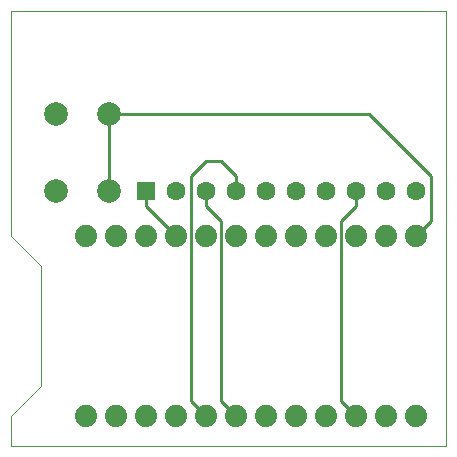
<source format=gbr>
G04 #@! TF.GenerationSoftware,KiCad,Pcbnew,5.1.5+dfsg1-2build2*
G04 #@! TF.CreationDate,2021-01-23T03:29:30+01:00*
G04 #@! TF.ProjectId,edtracker,65647472-6163-46b6-9572-2e6b69636164,rev?*
G04 #@! TF.SameCoordinates,Original*
G04 #@! TF.FileFunction,Copper,L1,Top*
G04 #@! TF.FilePolarity,Positive*
%FSLAX46Y46*%
G04 Gerber Fmt 4.6, Leading zero omitted, Abs format (unit mm)*
G04 Created by KiCad (PCBNEW 5.1.5+dfsg1-2build2) date 2021-01-23 03:29:30*
%MOMM*%
%LPD*%
G04 APERTURE LIST*
%ADD10C,0.050000*%
%ADD11C,1.600000*%
%ADD12R,1.600000X1.600000*%
%ADD13C,1.879600*%
%ADD14C,2.000000*%
%ADD15C,0.250000*%
%ADD16C,0.350000*%
G04 APERTURE END LIST*
D10*
X140970000Y-100330000D02*
X140970000Y-119380000D01*
X177800000Y-100330000D02*
X140970000Y-100330000D01*
X177800000Y-137160000D02*
X177800000Y-100330000D01*
X140970000Y-137160000D02*
X177800000Y-137160000D01*
X140970000Y-134620000D02*
X140970000Y-137160000D01*
X143510000Y-132080000D02*
X140970000Y-134620000D01*
X143510000Y-121920000D02*
X143510000Y-132080000D01*
X140970000Y-119380000D02*
X143510000Y-121920000D01*
D11*
X175260000Y-115570000D03*
X172720000Y-115570000D03*
X170180000Y-115570000D03*
X167640000Y-115570000D03*
X165100000Y-115570000D03*
X162560000Y-115570000D03*
X160020000Y-115570000D03*
X157480000Y-115570000D03*
X154940000Y-115570000D03*
D12*
X152400000Y-115570000D03*
D13*
X147320000Y-119380000D03*
X149860000Y-119380000D03*
X152400000Y-119380000D03*
X154940000Y-119380000D03*
X157480000Y-119380000D03*
X160020000Y-119380000D03*
X162560000Y-119380000D03*
X165100000Y-119380000D03*
X167640000Y-119380000D03*
X170180000Y-119380000D03*
X172720000Y-119380000D03*
X175260000Y-119380000D03*
X175260000Y-134620000D03*
X172720000Y-134620000D03*
X170180000Y-134620000D03*
X167640000Y-134620000D03*
X165100000Y-134620000D03*
X162560000Y-134620000D03*
X160020000Y-134620000D03*
X157480000Y-134620000D03*
X154940000Y-134620000D03*
X152400000Y-134620000D03*
X149860000Y-134620000D03*
X147320000Y-134620000D03*
D14*
X144780000Y-109070000D03*
X149280000Y-109070000D03*
X144780000Y-115570000D03*
X149280000Y-115570000D03*
D15*
X152400000Y-116840000D02*
X154940000Y-119380000D01*
X152400000Y-115570000D02*
X152400000Y-116840000D01*
X149280000Y-115570000D02*
X149280000Y-109070000D01*
X176530000Y-114300000D02*
X176530000Y-118110000D01*
X176530000Y-118110000D02*
X175260000Y-119380000D01*
X171300000Y-109070000D02*
X176530000Y-114300000D01*
X149280000Y-109070000D02*
X171300000Y-109070000D01*
X170180000Y-115570000D02*
X170180000Y-116840000D01*
X169240201Y-133680201D02*
X170180000Y-134620000D01*
X168915199Y-133355199D02*
X169240201Y-133680201D01*
X168915199Y-118104801D02*
X168915199Y-133355199D01*
X170180000Y-116840000D02*
X168915199Y-118104801D01*
X157480000Y-115570000D02*
X157480000Y-116840000D01*
X157480000Y-116840000D02*
X158750000Y-118110000D01*
X158750000Y-133350000D02*
X160020000Y-134620000D01*
X158750000Y-118110000D02*
X158750000Y-133350000D01*
X156210000Y-133350000D02*
X157480000Y-134620000D01*
X156210000Y-114300000D02*
X156210000Y-133350000D01*
X157480000Y-113030000D02*
X156210000Y-114300000D01*
X158730000Y-113030000D02*
X157480000Y-113030000D01*
X160020000Y-114320000D02*
X158730000Y-113030000D01*
X160020000Y-115570000D02*
X160020000Y-114320000D01*
D16*
X175260000Y-115570000D03*
X172720000Y-115570000D03*
X170180000Y-115570000D03*
X167640000Y-115570000D03*
X165100000Y-115570000D03*
X162560000Y-115570000D03*
X160020000Y-115570000D03*
X157480000Y-115570000D03*
X154940000Y-115570000D03*
X152400000Y-115570000D03*
X147320000Y-119380000D03*
X149860000Y-119380000D03*
X152400000Y-119380000D03*
X154940000Y-119380000D03*
X157480000Y-119380000D03*
X160020000Y-119380000D03*
X162560000Y-119380000D03*
X165100000Y-119380000D03*
X167640000Y-119380000D03*
X170180000Y-119380000D03*
X172720000Y-119380000D03*
X175260000Y-119380000D03*
X175260000Y-134620000D03*
X172720000Y-134620000D03*
X170180000Y-134620000D03*
X167640000Y-134620000D03*
X165100000Y-134620000D03*
X162560000Y-134620000D03*
X160020000Y-134620000D03*
X157480000Y-134620000D03*
X154940000Y-134620000D03*
X152400000Y-134620000D03*
X149860000Y-134620000D03*
X147320000Y-134620000D03*
X144780000Y-109070000D03*
X149280000Y-109070000D03*
X144780000Y-115570000D03*
X149280000Y-115570000D03*
M02*

</source>
